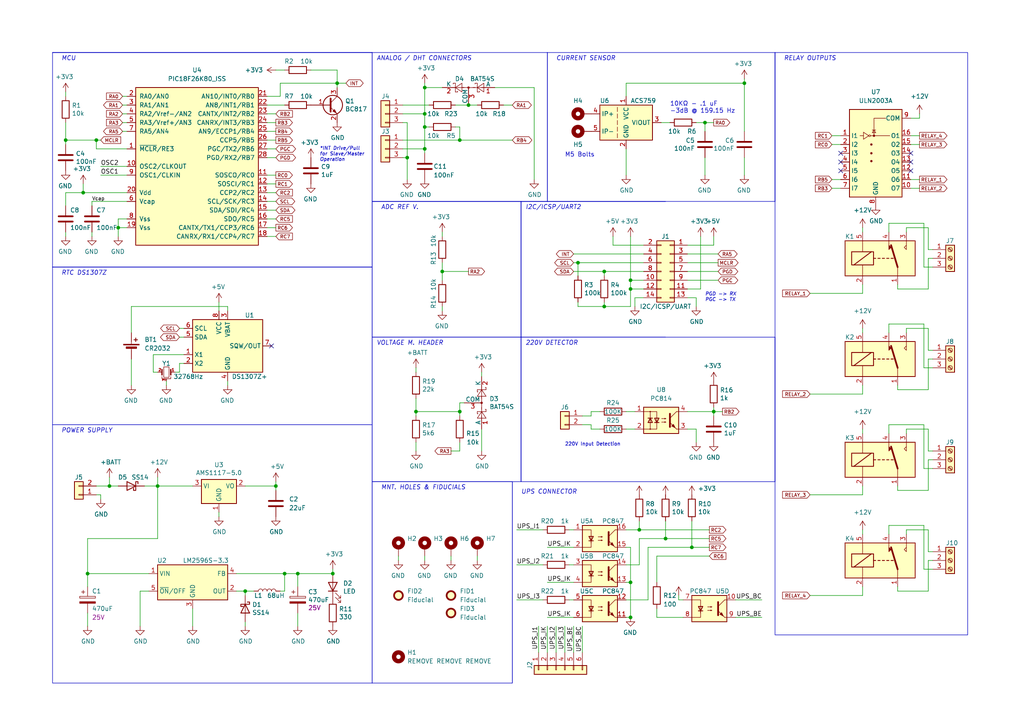
<source format=kicad_sch>
(kicad_sch (version 20230121) (generator eeschema)
  (paper "A4")
  (title_block (title "ESP-MAP ESP32 Control Module ETH/RS485") (date "2024-01-07") (rev "0.1") (comment 1 "https://github.com/enriquewph/esp-map/"))
  (junction (at 123.19 25.4))
  (junction (at 27.94 40.64))
  (junction (at 185.42 153.67))
  (junction (at 135.89 30.48))
  (junction (at 133.35 40.64))
  (junction (at 96.52 166.37))
  (junction (at 118.11 45.72))
  (junction (at 193.04 156.21))
  (junction (at 204.47 35.56))
  (junction (at 167.64 76.2))
  (junction (at 182.88 81.28))
  (junction (at 71.12 171.45))
  (junction (at 182.88 179.07))
  (junction (at 215.9 24.13))
  (junction (at 80.01 140.97))
  (junction (at 182.88 83.82))
  (junction (at 175.26 88.9))
  (junction (at 120.65 119.38))
  (junction (at 133.35 119.38))
  (junction (at 86.36 166.37))
  (junction (at 25.4 166.37))
  (junction (at 19.05 40.64))
  (junction (at 207.01 119.38))
  (junction (at 123.19 36.83))
  (junction (at 82.55 166.37))
  (junction (at 31.75 140.97))
  (junction (at 45.72 140.97))
  (junction (at 24.13 55.88))
  (junction (at 34.29 66.04))
  (junction (at 175.26 78.74))
  (junction (at 123.19 33.02))
  (junction (at 128.27 78.74))
  (junction (at 123.19 43.18))
  (junction (at 200.66 158.75))
  (junction (at 97.79 24.13))
  (junction (at 182.88 168.91))
  (no_connect (at 243.84 46.99))
  (no_connect (at 78.74 100.33))
  (no_connect (at 264.16 44.45))
  (no_connect (at 243.84 49.53))
  (no_connect (at 264.16 46.99))
  (no_connect (at 264.16 49.53))
  (no_connect (at 243.84 44.45))
  (wire (pts (xy 77.47 40.64) (xy 80.01 40.64)))
  (wire (pts (xy 34.29 63.5) (xy 34.29 66.04)))
  (wire (pts (xy 77.47 58.42) (xy 80.01 58.42)))
  (wire (pts (xy 116.84 43.18) (xy 123.19 43.18)))
  (wire (pts (xy 96.52 165.1) (xy 96.52 166.37)))
  (wire (pts (xy 262.89 95.25) (xy 269.24 95.25)))
  (wire (pts (xy 27.94 140.97) (xy 31.75 140.97)))
  (wire (pts (xy 262.89 66.04) (xy 262.89 67.31)))
  (wire (pts (xy 267.97 135.89) (xy 270.51 135.89)))
  (wire (pts (xy 40.64 181.61) (xy 40.64 171.45)))
  (wire (pts (xy 207.01 119.38) (xy 207.01 120.65)))
  (wire (pts (xy 52.07 97.79) (xy 53.34 97.79)))
  (wire (pts (xy 48.26 110.49) (xy 48.26 111.76)))
  (wire (pts (xy 71.12 140.97) (xy 80.01 140.97)))
  (wire (pts (xy 45.72 140.97) (xy 45.72 156.21)))
  (wire (pts (xy 154.94 52.07) (xy 154.94 25.4)))
  (wire (pts (xy 123.19 36.83) (xy 123.19 43.18)))
  (wire (pts (xy 34.29 66.04) (xy 36.83 66.04)))
  (wire (pts (xy 269.24 72.39) (xy 270.51 72.39)))
  (wire (pts (xy 77.47 30.48) (xy 82.55 30.48)))
  (wire (pts (xy 128.27 76.2) (xy 128.27 78.74)))
  (wire (pts (xy 267.97 123.19) (xy 267.97 135.89)))
  (wire (pts (xy 182.88 158.75) (xy 181.61 158.75)))
  (wire (pts (xy 35.56 35.56) (xy 36.83 35.56)))
  (wire (pts (xy 181.61 168.91) (xy 182.88 168.91)))
  (wire (pts (xy 193.04 156.21) (xy 205.74 156.21)))
  (wire (pts (xy 41.91 140.97) (xy 45.72 140.97)))
  (wire (pts (xy 166.37 76.2) (xy 167.64 76.2)))
  (wire (pts (xy 199.39 76.2) (xy 208.28 76.2)))
  (wire (pts (xy 181.61 24.13) (xy 215.9 24.13)))
  (polyline (pts (xy 224.79 58.42) (xy 158.75 58.42)))
  (wire (pts (xy 182.88 88.9) (xy 175.26 88.9)))
  (wire (pts (xy 177.8 68.58) (xy 177.8 71.12)))
  (wire (pts (xy 199.39 81.28) (xy 208.28 81.28)))
  (wire (pts (xy 182.88 179.07) (xy 182.88 168.91)))
  (wire (pts (xy 215.9 22.86) (xy 215.9 24.13)))
  (wire (pts (xy 139.7 107.95) (xy 139.7 109.22)))
  (wire (pts (xy 257.81 64.77) (xy 257.81 67.31)))
  (polyline (pts (xy 107.95 15.24) (xy 158.75 15.24)))
  (wire (pts (xy 163.83 189.23) (xy 163.83 181.61)))
  (wire (pts (xy 26.67 59.69) (xy 26.67 58.42)))
  (wire (pts (xy 123.19 33.02) (xy 123.19 36.83)))
  (wire (pts (xy 185.42 151.13) (xy 185.42 153.67)))
  (wire (pts (xy 139.7 124.46) (xy 139.7 130.81)))
  (wire (pts (xy 133.35 119.38) (xy 133.35 120.65)))
  (wire (pts (xy 115.57 161.29) (xy 115.57 162.56)))
  (wire (pts (xy 175.26 87.63) (xy 175.26 88.9)))
  (wire (pts (xy 250.19 125.73) (xy 250.19 124.46)))
  (wire (pts (xy 165.1 153.67) (xy 166.37 153.67)))
  (wire (pts (xy 132.08 30.48) (xy 135.89 30.48)))
  (wire (pts (xy 269.24 162.56) (xy 270.51 162.56)))
  (wire (pts (xy 269.24 104.14) (xy 270.51 104.14)))
  (wire (pts (xy 71.12 181.61) (xy 71.12 180.34)))
  (wire (pts (xy 196.85 173.99) (xy 198.12 173.99)))
  (wire (pts (xy 55.88 181.61) (xy 55.88 176.53)))
  (wire (pts (xy 215.9 24.13) (xy 215.9 38.1)))
  (wire (pts (xy 77.47 33.02) (xy 80.01 33.02)))
  (wire (pts (xy 25.4 156.21) (xy 25.4 166.37)))
  (wire (pts (xy 207.01 119.38) (xy 209.55 119.38)))
  (wire (pts (xy 262.89 95.25) (xy 262.89 96.52)))
  (wire (pts (xy 193.04 156.21) (xy 193.04 151.13)))
  (wire (pts (xy 26.67 67.31) (xy 26.67 68.58)))
  (wire (pts (xy 50.8 107.95) (xy 52.07 107.95)))
  (wire (pts (xy 260.35 171.45) (xy 260.35 170.18)))
  (wire (pts (xy 167.64 76.2) (xy 167.64 80.01)))
  (wire (pts (xy 77.47 35.56) (xy 80.01 35.56)))
  (wire (pts (xy 260.35 142.24) (xy 269.24 142.24)))
  (wire (pts (xy 134.62 116.84) (xy 133.35 116.84)))
  (wire (pts (xy 19.05 68.58) (xy 19.05 67.31)))
  (wire (pts (xy 27.94 143.51) (xy 29.21 143.51)))
  (wire (pts (xy 199.39 119.38) (xy 207.01 119.38)))
  (polyline (pts (xy 224.79 15.24) (xy 224.79 58.42)))
  (wire (pts (xy 241.3 54.61) (xy 243.84 54.61)))
  (wire (pts (xy 118.11 45.72) (xy 116.84 45.72)))
  (wire (pts (xy 184.15 86.36) (xy 184.15 88.9)))
  (wire (pts (xy 25.4 156.21) (xy 45.72 156.21)))
  (wire (pts (xy 35.56 30.48) (xy 36.83 30.48)))
  (wire (pts (xy 204.47 35.56) (xy 204.47 38.1)))
  (wire (pts (xy 234.95 143.51) (xy 250.19 143.51)))
  (wire (pts (xy 185.42 153.67) (xy 205.74 153.67)))
  (wire (pts (xy 266.7 34.29) (xy 264.16 34.29)))
  (wire (pts (xy 175.26 88.9) (xy 167.64 88.9)))
  (wire (pts (xy 185.42 153.67) (xy 181.61 153.67)))
  (wire (pts (xy 19.05 40.64) (xy 27.94 40.64)))
  (wire (pts (xy 177.8 71.12) (xy 186.69 71.12)))
  (polyline (pts (xy 15.24 77.47) (xy 15.24 15.24)))
  (wire (pts (xy 241.3 41.91) (xy 243.84 41.91)))
  (wire (pts (xy 262.89 124.46) (xy 269.24 124.46)))
  (wire (pts (xy 52.07 105.41) (xy 53.34 105.41)))
  (wire (pts (xy 19.05 41.91) (xy 19.05 40.64)))
  (wire (pts (xy 149.86 153.67) (xy 157.48 153.67)))
  (wire (pts (xy 97.79 25.4) (xy 97.79 24.13)))
  (wire (pts (xy 40.64 171.45) (xy 43.18 171.45)))
  (wire (pts (xy 262.89 66.04) (xy 269.24 66.04)))
  (wire (pts (xy 25.4 170.18) (xy 25.4 166.37)))
  (wire (pts (xy 181.61 124.46) (xy 184.15 124.46)))
  (wire (pts (xy 45.72 140.97) (xy 55.88 140.97)))
  (wire (pts (xy 123.19 161.29) (xy 123.19 162.56)))
  (wire (pts (xy 123.19 43.18) (xy 123.19 44.45)))
  (wire (pts (xy 63.5 149.86) (xy 63.5 148.59)))
  (wire (pts (xy 130.81 130.81) (xy 133.35 130.81)))
  (wire (pts (xy 203.2 83.82) (xy 199.39 83.82)))
  (wire (pts (xy 19.05 55.88) (xy 24.13 55.88)))
  (polyline (pts (xy 151.13 97.79) (xy 107.95 97.79)))
  (wire (pts (xy 118.11 35.56) (xy 118.11 45.72)))
  (wire (pts (xy 63.5 87.63) (xy 63.5 90.17)))
  (polyline (pts (xy 151.13 97.79) (xy 151.13 58.42)))
  (wire (pts (xy 250.19 140.97) (xy 250.19 143.51)))
  (wire (pts (xy 269.24 133.35) (xy 270.51 133.35)))
  (wire (pts (xy 181.61 163.83) (xy 185.42 163.83)))
  (wire (pts (xy 201.93 124.46) (xy 199.39 124.46)))
  (wire (pts (xy 257.81 123.19) (xy 257.81 125.73)))
  (wire (pts (xy 35.56 27.94) (xy 36.83 27.94)))
  (wire (pts (xy 27.94 40.64) (xy 27.94 43.18)))
  (wire (pts (xy 27.94 43.18) (xy 36.83 43.18)))
  (wire (pts (xy 171.45 124.46) (xy 173.99 124.46)))
  (polyline (pts (xy 107.95 97.79) (xy 107.95 58.42)))
  (wire (pts (xy 167.64 76.2) (xy 186.69 76.2)))
  (wire (pts (xy 269.24 101.6) (xy 269.24 95.25)))
  (wire (pts (xy 19.05 26.67) (xy 19.05 27.94)))
  (wire (pts (xy 31.75 140.97) (xy 34.29 140.97)))
  (wire (pts (xy 128.27 68.58) (xy 128.27 67.31)))
  (wire (pts (xy 267.97 64.77) (xy 257.81 64.77)))
  (wire (pts (xy 175.26 78.74) (xy 175.26 80.01)))
  (wire (pts (xy 250.19 96.52) (xy 250.19 95.25)))
  (wire (pts (xy 90.17 20.32) (xy 97.79 20.32)))
  (wire (pts (xy 123.19 36.83) (xy 124.46 36.83)))
  (wire (pts (xy 207.01 118.11) (xy 207.01 119.38)))
  (wire (pts (xy 207.01 68.58) (xy 207.01 71.12)))
  (wire (pts (xy 38.1 88.9) (xy 66.04 88.9)))
  (wire (pts (xy 182.88 81.28) (xy 182.88 83.82)))
  (wire (pts (xy 181.61 119.38) (xy 184.15 119.38)))
  (wire (pts (xy 260.35 142.24) (xy 260.35 140.97)))
  (wire (pts (xy 269.24 130.81) (xy 269.24 124.46)))
  (wire (pts (xy 38.1 104.14) (xy 38.1 111.76)))
  (wire (pts (xy 81.28 171.45) (xy 82.55 171.45)))
  (wire (pts (xy 182.88 168.91) (xy 182.88 158.75)))
  (wire (pts (xy 86.36 166.37) (xy 86.36 170.18)))
  (wire (pts (xy 185.42 163.83) (xy 185.42 156.21)))
  (wire (pts (xy 264.16 41.91) (xy 266.7 41.91)))
  (wire (pts (xy 24.13 53.34) (xy 24.13 55.88)))
  (wire (pts (xy 201.93 88.9) (xy 201.93 86.36)))
  (wire (pts (xy 267.97 123.19) (xy 257.81 123.19)))
  (wire (pts (xy 234.95 114.3) (xy 250.19 114.3)))
  (polyline (pts (xy 107.95 58.42) (xy 151.13 58.42)))
  (wire (pts (xy 81.28 24.13) (xy 97.79 24.13)))
  (wire (pts (xy 146.05 30.48) (xy 148.59 30.48)))
  (wire (pts (xy 190.5 161.29) (xy 205.74 161.29)))
  (wire (pts (xy 260.35 171.45) (xy 269.24 171.45)))
  (wire (pts (xy 186.69 86.36) (xy 184.15 86.36)))
  (wire (pts (xy 100.33 24.13) (xy 97.79 24.13)))
  (wire (pts (xy 82.55 166.37) (xy 82.55 171.45)))
  (wire (pts (xy 38.1 96.52) (xy 38.1 88.9)))
  (wire (pts (xy 26.67 58.42) (xy 36.83 58.42)))
  (wire (pts (xy 204.47 35.56) (xy 207.01 35.56)))
  (wire (pts (xy 241.3 39.37) (xy 243.84 39.37)))
  (wire (pts (xy 264.16 54.61) (xy 266.7 54.61)))
  (wire (pts (xy 68.58 171.45) (xy 71.12 171.45)))
  (wire (pts (xy 200.66 158.75) (xy 205.74 158.75)))
  (wire (pts (xy 29.21 50.8) (xy 36.83 50.8)))
  (wire (pts (xy 19.05 59.69) (xy 19.05 55.88)))
  (wire (pts (xy 118.11 45.72) (xy 118.11 52.07)))
  (wire (pts (xy 128.27 88.9) (xy 128.27 90.17)))
  (wire (pts (xy 204.47 50.8) (xy 204.47 45.72)))
  (wire (pts (xy 168.91 123.19) (xy 171.45 123.19)))
  (wire (pts (xy 73.66 171.45) (xy 71.12 171.45)))
  (wire (pts (xy 25.4 166.37) (xy 43.18 166.37)))
  (wire (pts (xy 27.94 40.64) (xy 29.21 40.64)))
  (wire (pts (xy 77.47 45.72) (xy 80.01 45.72)))
  (wire (pts (xy 44.45 102.87) (xy 44.45 107.95)))
  (wire (pts (xy 181.61 173.99) (xy 187.96 173.99)))
  (wire (pts (xy 264.16 39.37) (xy 266.7 39.37)))
  (wire (pts (xy 182.88 83.82) (xy 182.88 88.9)))
  (wire (pts (xy 171.45 123.19) (xy 171.45 124.46)))
  (wire (pts (xy 250.19 154.94) (xy 250.19 153.67)))
  (wire (pts (xy 234.95 85.09) (xy 250.19 85.09)))
  (wire (pts (xy 190.5 168.91) (xy 190.5 161.29)))
  (wire (pts (xy 80.01 20.32) (xy 82.55 20.32)))
  (wire (pts (xy 266.7 33.02) (xy 266.7 34.29)))
  (wire (pts (xy 250.19 170.18) (xy 250.19 172.72)))
  (wire (pts (xy 80.01 140.97) (xy 80.01 142.24)))
  (polyline (pts (xy 107.95 15.24) (xy 15.24 15.24)))
  (wire (pts (xy 171.45 120.65) (xy 171.45 119.38)))
  (wire (pts (xy 149.86 163.83) (xy 157.48 163.83)))
  (wire (pts (xy 187.96 173.99) (xy 187.96 158.75)))
  (wire (pts (xy 269.24 72.39) (xy 269.24 66.04)))
  (wire (pts (xy 250.19 67.31) (xy 250.19 66.04)))
  (wire (pts (xy 168.91 120.65) (xy 171.45 120.65)))
  (wire (pts (xy 191.77 35.56) (xy 194.31 35.56)))
  (wire (pts (xy 181.61 50.8) (xy 181.61 43.18)))
  (polyline (pts (xy 158.75 58.42) (xy 107.95 58.42)))
  (wire (pts (xy 130.81 161.29) (xy 130.81 162.56)))
  (wire (pts (xy 167.64 87.63) (xy 167.64 88.9)))
  (wire (pts (xy 158.75 158.75) (xy 166.37 158.75)))
  (wire (pts (xy 168.91 189.23) (xy 168.91 181.61)))
  (wire (pts (xy 44.45 107.95) (xy 45.72 107.95)))
  (wire (pts (xy 133.35 130.81) (xy 133.35 128.27)))
  (wire (pts (xy 201.93 86.36) (xy 199.39 86.36)))
  (polyline (pts (xy 151.13 58.42) (xy 151.13 97.79)))
  (wire (pts (xy 267.97 165.1) (xy 270.51 165.1)))
  (wire (pts (xy 181.61 179.07) (xy 182.88 179.07)))
  (wire (pts (xy 19.05 35.56) (xy 19.05 40.64)))
  (wire (pts (xy 29.21 48.26) (xy 36.83 48.26)))
  (polyline (pts (xy 151.13 97.79) (xy 193.04 97.79)))
  (wire (pts (xy 234.95 172.72) (xy 250.19 172.72)))
  (wire (pts (xy 97.79 20.32) (xy 97.79 24.13)))
  (polyline (pts (xy 15.24 15.24) (xy 107.95 15.24)))
  (wire (pts (xy 269.24 171.45) (xy 269.24 162.56)))
  (wire (pts (xy 154.94 25.4) (xy 143.51 25.4)))
  (wire (pts (xy 31.75 138.43) (xy 31.75 140.97)))
  (polyline (pts (xy 107.95 15.24) (xy 107.95 77.47)))
  (wire (pts (xy 149.86 173.99) (xy 157.48 173.99)))
  (wire (pts (xy 199.39 78.74) (xy 208.28 78.74)))
  (wire (pts (xy 260.35 113.03) (xy 260.35 111.76)))
  (wire (pts (xy 166.37 78.74) (xy 175.26 78.74)))
  (wire (pts (xy 182.88 68.58) (xy 182.88 81.28)))
  (wire (pts (xy 166.37 73.66) (xy 186.69 73.66)))
  (wire (pts (xy 269.24 101.6) (xy 270.51 101.6)))
  (wire (pts (xy 262.89 124.46) (xy 262.89 125.73)))
  (wire (pts (xy 77.47 55.88) (xy 80.01 55.88)))
  (wire (pts (xy 269.24 83.82) (xy 269.24 74.93)))
  (wire (pts (xy 116.84 35.56) (xy 118.11 35.56)))
  (wire (pts (xy 165.1 173.99) (xy 166.37 173.99)))
  (wire (pts (xy 260.35 83.82) (xy 260.35 82.55)))
  (wire (pts (xy 220.98 173.99) (xy 213.36 173.99)))
  (wire (pts (xy 120.65 119.38) (xy 120.65 120.65)))
  (wire (pts (xy 267.97 77.47) (xy 270.51 77.47)))
  (wire (pts (xy 120.65 128.27) (xy 120.65 130.81)))
  (wire (pts (xy 269.24 160.02) (xy 269.24 153.67)))
  (wire (pts (xy 24.13 55.88) (xy 36.83 55.88)))
  (wire (pts (xy 52.07 95.25) (xy 53.34 95.25)))
  (polyline (pts (xy 107.95 15.24) (xy 107.95 58.42)))
  (wire (pts (xy 182.88 81.28) (xy 186.69 81.28)))
  (wire (pts (xy 86.36 166.37) (xy 96.52 166.37)))
  (wire (pts (xy 267.97 152.4) (xy 267.97 165.1)))
  (wire (pts (xy 120.65 106.68) (xy 120.65 107.95)))
  (wire (pts (xy 132.08 36.83) (xy 133.35 36.83)))
  (wire (pts (xy 201.93 35.56) (xy 204.47 35.56)))
  (wire (pts (xy 267.97 93.98) (xy 267.97 106.68)))
  (polyline (pts (xy 158.75 15.24) (xy 224.79 15.24)))
  (wire (pts (xy 53.34 102.87) (xy 44.45 102.87)))
  (wire (pts (xy 203.2 68.58) (xy 203.2 83.82)))
  (wire (pts (xy 35.56 38.1) (xy 36.83 38.1)))
  (wire (pts (xy 77.47 63.5) (xy 80.01 63.5)))
  (wire (pts (xy 120.65 119.38) (xy 133.35 119.38)))
  (wire (pts (xy 257.81 152.4) (xy 257.81 154.94)))
  (wire (pts (xy 133.35 36.83) (xy 133.35 40.64)))
  (wire (pts (xy 123.19 25.4) (xy 128.27 25.4)))
  (wire (pts (xy 161.29 189.23) (xy 161.29 181.61)))
  (wire (pts (xy 250.19 111.76) (xy 250.19 114.3)))
  (wire (pts (xy 165.1 163.83) (xy 166.37 163.83)))
  (wire (pts (xy 77.47 38.1) (xy 80.01 38.1)))
  (wire (pts (xy 175.26 78.74) (xy 186.69 78.74)))
  (wire (pts (xy 190.5 179.07) (xy 198.12 179.07)))
  (wire (pts (xy 264.16 52.07) (xy 266.7 52.07)))
  (wire (pts (xy 120.65 115.57) (xy 120.65 119.38)))
  (wire (pts (xy 269.24 113.03) (xy 269.24 104.14)))
  (wire (pts (xy 116.84 40.64) (xy 133.35 40.64)))
  (wire (pts (xy 133.35 116.84) (xy 133.35 119.38)))
  (polyline (pts (xy 107.95 77.47) (xy 15.24 77.47)))
  (wire (pts (xy 267.97 64.77) (xy 267.97 77.47)))
  (wire (pts (xy 68.58 166.37) (xy 82.55 166.37)))
  (wire (pts (xy 158.75 189.23) (xy 158.75 181.61)))
  (polyline (pts (xy 158.75 15.24) (xy 158.75 58.42)))
  (wire (pts (xy 77.47 68.58) (xy 80.01 68.58)))
  (wire (pts (xy 171.45 119.38) (xy 173.99 119.38)))
  (wire (pts (xy 36.83 63.5) (xy 34.29 63.5)))
  (wire (pts (xy 77.47 50.8) (xy 80.01 50.8)))
  (wire (pts (xy 128.27 78.74) (xy 128.27 81.28)))
  (wire (pts (xy 260.35 113.03) (xy 269.24 113.03)))
  (wire (pts (xy 262.89 153.67) (xy 262.89 154.94)))
  (wire (pts (xy 80.01 139.7) (xy 80.01 140.97)))
  (wire (pts (xy 135.89 30.48) (xy 138.43 30.48)))
  (polyline (pts (xy 158.75 15.24) (xy 158.75 58.42)))
  (wire (pts (xy 215.9 50.8) (xy 215.9 45.72)))
  (wire (pts (xy 262.89 153.67) (xy 269.24 153.67)))
  (wire (pts (xy 220.98 179.07) (xy 213.36 179.07)))
  (wire (pts (xy 166.37 189.23) (xy 166.37 181.61)))
  (wire (pts (xy 45.72 138.43) (xy 45.72 140.97)))
  (wire (pts (xy 196.85 172.72) (xy 196.85 173.99)))
  (wire (pts (xy 77.47 43.18) (xy 80.01 43.18)))
  (wire (pts (xy 77.47 53.34) (xy 80.01 53.34)))
  (wire (pts (xy 269.24 74.93) (xy 270.51 74.93)))
  (wire (pts (xy 52.07 107.95) (xy 52.07 105.41)))
  (wire (pts (xy 81.28 27.94) (xy 77.47 27.94)))
  (wire (pts (xy 207.01 71.12) (xy 199.39 71.12)))
  (wire (pts (xy 181.61 27.94) (xy 181.61 24.13)))
  (wire (pts (xy 260.35 83.82) (xy 269.24 83.82)))
  (wire (pts (xy 77.47 60.96) (xy 80.01 60.96)))
  (wire (pts (xy 269.24 130.81) (xy 270.51 130.81)))
  (wire (pts (xy 116.84 30.48) (xy 124.46 30.48)))
  (wire (pts (xy 241.3 52.07) (xy 243.84 52.07)))
  (wire (pts (xy 66.04 110.49) (xy 66.04 111.76)))
  (wire (pts (xy 71.12 172.72) (xy 71.12 171.45)))
  (wire (pts (xy 82.55 166.37) (xy 86.36 166.37)))
  (wire (pts (xy 187.96 158.75) (xy 200.66 158.75)))
  (wire (pts (xy 66.04 88.9) (xy 66.04 90.17)))
  (wire (pts (xy 158.75 168.91) (xy 166.37 168.91)))
  (wire (pts (xy 35.56 33.02) (xy 36.83 33.02)))
  (wire (pts (xy 257.81 93.98) (xy 257.81 96.52)))
  (wire (pts (xy 156.21 189.23) (xy 156.21 181.61)))
  (wire (pts (xy 269.24 160.02) (xy 270.51 160.02)))
  (wire (pts (xy 267.97 152.4) (xy 257.81 152.4)))
  (wire (pts (xy 123.19 24.13) (xy 123.19 25.4)))
  (wire (pts (xy 29.21 143.51) (xy 29.21 144.78)))
  (wire (pts (xy 182.88 83.82) (xy 186.69 83.82)))
  (polyline (pts (xy 193.04 58.42) (xy 151.13 58.42)))
  (wire (pts (xy 128.27 78.74) (xy 135.89 78.74)))
  (wire (pts (xy 267.97 106.68) (xy 270.51 106.68)))
  (wire (pts (xy 25.4 181.61) (xy 25.4 177.8)))
  (wire (pts (xy 81.28 24.13) (xy 81.28 27.94)))
  (wire (pts (xy 267.97 93.98) (xy 257.81 93.98)))
  (wire (pts (xy 185.42 156.21) (xy 193.04 156.21)))
  (wire (pts (xy 133.35 40.64) (xy 148.59 40.64)))
  (wire (pts (xy 158.75 179.07) (xy 166.37 179.07)))
  (wire (pts (xy 250.19 82.55) (xy 250.19 85.09)))
  (wire (pts (xy 138.43 161.29) (xy 138.43 162.56)))
  (wire (pts (xy 116.84 33.02) (xy 123.19 33.02)))
  (wire (pts (xy 269.24 142.24) (xy 269.24 133.35)))
  (wire (pts (xy 77.47 66.04) (xy 80.01 66.04)))
  (wire (pts (xy 123.19 25.4) (xy 123.19 33.02)))
  (wire (pts (xy 190.5 176.53) (xy 190.5 179.07)))
  (wire (pts (xy 200.66 158.75) (xy 200.66 151.13)))
  (wire (pts (xy 201.93 128.27) (xy 201.93 124.46)))
  (wire (pts (xy 34.29 68.58) (xy 34.29 66.04)))
  (wire (pts (xy 86.36 181.61) (xy 86.36 177.8)))
  (wire (pts (xy 199.39 73.66) (xy 208.28 73.66)))
  (rectangle (start 148.59 139.7) (end 148.59 198.12))
  (rectangle (start 15.24 123.19) (end 107.95 198.12))
  (rectangle (start 224.79 15.24) (end 280.67 184.15))
  (rectangle (start 107.95 97.79) (end 151.13 139.7))
  (rectangle (start 15.24 77.47) (end 107.95 123.19))
  (rectangle (start 107.95 139.7) (end 148.59 198.12))
  (rectangle (start 151.13 97.79) (end 224.79 139.7))
  (text "I2C/ICSP/UART2" (at 152.4 60.96 0) (effects (font (size 1.27 1.27) italic) (justify left bottom)))
  (text "VOLTAGE M. HEADER\n" (at 109.22 100.33 0) (effects (font (size 1.27 1.27) italic) (justify left bottom)))
  (text "UPS CONNECTOR\n" (at 151.13 143.51 0) (effects (font (size 1.27 1.27) italic) (justify left bottom)))
  (text "ANALOG / DHT CONNECTORS" (at 109.22 17.78 0) (effects (font (size 1.27 1.27) italic) (justify left bottom)))
  (text "220V DETECTOR\n" (at 152.4 100.33 0) (effects (font (size 1.27 1.27) italic) (justify left bottom)))
  (text "CURRENT SENSOR" (at 161.29 17.78 0) (effects (font (size 1.27 1.27) italic) (justify left bottom)))
  (text "PGD -> RX\nPGC -> TX" (at 204.47 87.63 0) (effects (font (size 1 1) italic) (justify left bottom)))
  (text "10KΩ - .1 uF\n-3dB @ 159.15 Hz" (at 194.31 33.02 0) (effects (font (size 1.27 1.27)) (justify left bottom)))
  (text "MNT. HOLES & FIDUCIALS" (at 110.49 142.24 0) (effects (font (size 1.27 1.27) italic) (justify left bottom)))
  (text "RTC DS1307Z\n" (at 17.78 80.01 0) (effects (font (size 1.27 1.27) italic) (justify left bottom)))
  (text "POWER SUPPLY" (at 17.78 125.73 0) (effects (font (size 1.27 1.27) italic) (justify left bottom)))
  (text "M5 Bolts" (at 163.83 45.72 0) (effects (font (size 1.27 1.27)) (justify left bottom)))
  (text "RELAY OUTPUTS" (at 227.33 17.78 0) (effects (font (size 1.27 1.27) italic) (justify left bottom)))
  (text "ADC REF V." (at 110.49 60.96 0) (effects (font (size 1.27 1.27) italic) (justify left bottom)))
  (text "*INT Drive/Pull\nfor Slave/Master\nOperation" (at 92.71 46.99 0) (effects (font (size 1 1) italic) (justify left bottom)))
  (text "220V Input Detection" (at 163.83 129.54 0) (effects (font (size 1 1)) (justify left bottom)))
  (text "MCU" (at 17.78 17.78 0) (effects (font (size 1.27 1.27) italic) (justify left bottom)))
  (label "UPS_I3" (at 149.86 173.99 0))
  (label "UPS_IK" (at 158.75 168.91 0))
  (label "UPS_I1" (at 149.86 153.67 0))
  (label "UPS_IK" (at 158.75 158.75 0))
  (label "UPS_BE" (at 220.98 179.07 180))
  (label "UPS_I3" (at 163.83 181.61 270))
  (label "UPS_I2" (at 161.29 181.61 270))
  (label "UPS_BE" (at 166.37 181.61 270))
  (label "UPS_I2" (at 149.86 163.83 0))
  (label "UPS_BC" (at 168.91 181.61 270))
  (label "UPS_I1" (at 156.21 181.61 270))
  (label "Vcap" (at 26.67 58.42 0) (effects (font (size 1 1))))
  (label "UPS_IK" (at 158.75 181.61 270))
  (label "UPS_IK" (at 158.75 179.07 0))
  (label "OSC1" (at 29.21 50.8 0))
  (label "UPS_BC" (at 220.98 173.99 180))
  (label "OSC2" (at 29.21 48.26 0))
  (global_label "MCLR" (shape input) (at 29.21 40.64 0) (effects (font (size 0.9906 0.9906))) (property "Intersheetrefs" "${INTERSHEET_REFS}" (effects hide)))
  (global_label "RELAY_4" (shape output) (at 266.7 39.37 0) (effects (font (size 0.9906 0.9906))) (property "Intersheetrefs" "${INTERSHEET_REFS}" (effects hide)))
  (global_label "RA5" (shape bidirectional) (at 35.56 38.1 180) (effects (font (size 0.9906 0.9906))) (property "Intersheetrefs" "${INTERSHEET_REFS}" (effects hide)))
  (global_label "RA3" (shape output) (at 130.81 130.81 180) (effects (font (size 0.9906 0.9906))) (property "Intersheetrefs" "${INTERSHEET_REFS}" (effects hide)))
  (global_label "RB4" (shape output) (at 80.01 38.1 0) (effects (font (size 0.9906 0.9906))) (property "Intersheetrefs" "${INTERSHEET_REFS}" (effects hide)))
  (global_label "RC7" (shape input) (at 80.01 68.58 0) (effects (font (size 0.9906 0.9906))) (property "Intersheetrefs" "${INTERSHEET_REFS}" (effects hide)))
  (global_label "RELAY_1" (shape input) (at 234.95 85.09 180) (effects (font (size 0.9906 0.9906))) (property "Intersheetrefs" "${INTERSHEET_REFS}" (effects hide)))
  (global_label "SCL" (shape bidirectional) (at 52.07 95.25 180) (effects (font (size 0.9906 0.9906))) (property "Intersheetrefs" "${INTERSHEET_REFS}" (effects hide)))
  (global_label "RELAY_2" (shape output) (at 266.7 54.61 0) (effects (font (size 0.9906 0.9906))) (property "Intersheetrefs" "${INTERSHEET_REFS}" (effects hide)))
  (global_label "RC1" (shape output) (at 80.01 53.34 0) (effects (font (size 0.9906 0.9906))) (property "Intersheetrefs" "${INTERSHEET_REFS}" (effects hide)))
  (global_label "RA0" (shape input) (at 35.56 27.94 180) (effects (font (size 0.9906 0.9906))) (property "Intersheetrefs" "${INTERSHEET_REFS}" (effects hide)))
  (global_label "SDA" (shape bidirectional) (at 166.37 78.74 180) (effects (font (size 0.9906 0.9906))) (property "Intersheetrefs" "${INTERSHEET_REFS}" (effects hide)))
  (global_label "RA2" (shape input) (at 35.56 33.02 180) (effects (font (size 0.9906 0.9906))) (property "Intersheetrefs" "${INTERSHEET_REFS}" (effects hide)))
  (global_label "RA3" (shape input) (at 35.56 35.56 180) (effects (font (size 0.9906 0.9906))) (property "Intersheetrefs" "${INTERSHEET_REFS}" (effects hide)))
  (global_label "SCL" (shape bidirectional) (at 80.01 58.42 0) (effects (font (size 0.9906 0.9906))) (property "Intersheetrefs" "${INTERSHEET_REFS}" (effects hide)))
  (global_label "RB5" (shape input) (at 241.3 52.07 180) (effects (font (size 0.9906 0.9906))) (property "Intersheetrefs" "${INTERSHEET_REFS}" (effects hide)))
  (global_label "RC6" (shape input) (at 205.74 161.29 0) (effects (font (size 0.9906 0.9906))) (property "Intersheetrefs" "${INTERSHEET_REFS}" (effects hide)))
  (global_label "RB2" (shape output) (at 209.55 119.38 0) (effects (font (size 0.9906 0.9906))) (property "Intersheetrefs" "${INTERSHEET_REFS}" (effects hide)))
  (global_label "RB2" (shape input) (at 80.01 33.02 0) (effects (font (size 0.9906 0.9906))) (property "Intersheetrefs" "${INTERSHEET_REFS}" (effects hide)))
  (global_label "RC0" (shape output) (at 80.01 50.8 0) (effects (font (size 0.9906 0.9906))) (property "Intersheetrefs" "${INTERSHEET_REFS}" (effects hide)))
  (global_label "SCL" (shape bidirectional) (at 166.37 76.2 180) (effects (font (size 0.9906 0.9906))) (property "Intersheetrefs" "${INTERSHEET_REFS}" (effects hide)))
  (global_label "PGD" (shape bidirectional) (at 208.28 78.74 0) (effects (font (size 0.9906 0.9906))) (property "Intersheetrefs" "${INTERSHEET_REFS}" (effects hide)))
  (global_label "RA5" (shape bidirectional) (at 208.28 73.66 0) (effects (font (size 0.9906 0.9906))) (property "Intersheetrefs" "${INTERSHEET_REFS}" (effects hide)))
  (global_label "RC2" (shape output) (at 205.74 153.67 0) (effects (font (size 0.9906 0.9906))) (property "Intersheetrefs" "${INTERSHEET_REFS}" (effects hide)))
  (global_label "RELAY_4" (shape input) (at 234.95 172.72 180) (effects (font (size 0.9906 0.9906))) (property "Intersheetrefs" "${INTERSHEET_REFS}" (effects hide)))
  (global_label "RA1" (shape bidirectional) (at 35.56 30.48 180) (effects (font (size 0.9906 0.9906))) (property "Intersheetrefs" "${INTERSHEET_REFS}" (effects hide)))
  (global_label "RB3" (shape output) (at 80.01 35.56 0) (effects (font (size 0.9906 0.9906))) (property "Intersheetrefs" "${INTERSHEET_REFS}" (effects hide)))
  (global_label "INT" (shape bidirectional) (at 166.37 73.66 180) (effects (font (size 0.9906 0.9906))) (property "Intersheetrefs" "${INTERSHEET_REFS}" (effects hide)))
  (global_label "RC0" (shape input) (at 241.3 41.91 180) (effects (font (size 0.9906 0.9906))) (property "Intersheetrefs" "${INTERSHEET_REFS}" (effects hide)))
  (global_label "RELAY_3" (shape input) (at 234.95 143.51 180) (effects (font (size 0.9906 0.9906))) (property "Intersheetrefs" "${INTERSHEET_REFS}" (effects hide)))
  (global_label "RC1" (shape input) (at 241.3 39.37 180) (effects (font (size 0.9906 0.9906))) (property "Intersheetrefs" "${INTERSHEET_REFS}" (effects hide)))
  (global_label "RB5" (shape output) (at 80.01 40.64 0) (effects (font (size 0.9906 0.9906))) (property "Intersheetrefs" "${INTERSHEET_REFS}" (effects hide)))
  (global_label "PGC" (shape bidirectional) (at 80.01 43.18 0) (effects (font (size 0.9906 0.9906))) (property "Intersheetrefs" "${INTERSHEET_REFS}" (effects hide)))
  (global_label "RC2" (shape input) (at 80.01 55.88 0) (effects (font (size 0.9906 0.9906))) (property "Intersheetrefs" "${INTERSHEET_REFS}" (effects hide)))
  (global_label "RELAY_3" (shape output) (at 266.7 41.91 0) (effects (font (size 0.9906 0.9906))) (property "Intersheetrefs" "${INTERSHEET_REFS}" (effects hide)))
  (global_label "INT" (shape bidirectional) (at 100.33 24.13 0) (effects (font (size 0.9906 0.9906))) (property "Intersheetrefs" "${INTERSHEET_REFS}" (effects hide)))
  (global_label "SDA" (shape bidirectional) (at 80.01 60.96 0) (effects (font (size 0.9906 0.9906))) (property "Intersheetrefs" "${INTERSHEET_REFS}" (effects hide)))
  (global_label "MCLR" (shape output) (at 208.28 76.2 0) (effects (font (size 0.9906 0.9906))) (property "Intersheetrefs" "${INTERSHEET_REFS}" (effects hide)))
  (global_label "RC6" (shape output) (at 80.01 66.04 0) (effects (font (size 0.9906 0.9906))) (property "Intersheetrefs" "${INTERSHEET_REFS}" (effects hide)))
  (global_label "RC7" (shape output) (at 205.74 158.75 0) (effects (font (size 0.9906 0.9906))) (property "Intersheetrefs" "${INTERSHEET_REFS}" (effects hide)))
  (global_label "RC5" (shape output) (at 205.74 156.21 0) (effects (font (size 0.9906 0.9906))) (property "Intersheetrefs" "${INTERSHEET_REFS}" (effects hide)))
  (global_label "RA1" (shape bidirectional) (at 148.59 30.48 0) (effects (font (size 0.9906 0.9906))) (property "Intersheetrefs" "${INTERSHEET_REFS}" (effects hide)))
  (global_label "SDA" (shape bidirectional) (at 52.07 97.79 180) (effects (font (size 0.9906 0.9906))) (property "Intersheetrefs" "${INTERSHEET_REFS}" (effects hide)))
  (global_label "RELAY_2" (shape input) (at 234.95 114.3 180) (effects (font (size 0.9906 0.9906))) (property "Intersheetrefs" "${INTERSHEET_REFS}" (effects hide)))
  (global_label "PGD" (shape bidirectional) (at 80.01 45.72 0) (effects (font (size 0.9906 0.9906))) (property "Intersheetrefs" "${INTERSHEET_REFS}" (effects hide)))
  (global_label "PGC" (shape bidirectional) (at 208.28 81.28 0) (effects (font (size 0.9906 0.9906))) (property "Intersheetrefs" "${INTERSHEET_REFS}" (effects hide)))
  (global_label "RB4" (shape bidirectional) (at 148.59 40.64 0) (effects (font (size 0.9906 0.9906))) (property "Intersheetrefs" "${INTERSHEET_REFS}" (effects hide)))
  (global_label "RB3" (shape input) (at 241.3 54.61 180) (effects (font (size 0.9906 0.9906))) (property "Intersheetrefs" "${INTERSHEET_REFS}" (effects hide)))
  (global_label "RA2" (shape output) (at 135.89 78.74 0) (effects (font (size 0.9906 0.9906))) (property "Intersheetrefs" "${INTERSHEET_REFS}" (effects hide)))
  (global_label "RC5" (shape input) (at 80.01 63.5 0) (effects (font (size 0.9906 0.9906))) (property "Intersheetrefs" "${INTERSHEET_REFS}" (effects hide)))
  (global_label "RA0" (shape output) (at 207.01 35.56 0) (effects (font (size 0.9906 0.9906))) (property "Intersheetrefs" "${INTERSHEET_REFS}" (effects hide)))
  (global_label "RELAY_1" (shape output) (at 266.7 52.07 0) (effects (font (size 0.9906 0.9906))) (property "Intersheetrefs" "${INTERSHEET_REFS}" (effects hide)))
  (symbol (lib_id "power:GND") (at 120.65 130.81 0) (unit 1)
    (property "Reference" "#PWR035" (effects hide))
    (property "Value" "GND" (at 120.777 135.2042 0))
  )
  (symbol (lib_id "Connector_Generic:Conn_01x03") (at 111.76 43.18 0) (mirror y) (unit 1)
    (property "Reference" "J3" (at 113.03 38.1 0) (effects (justify left)))
    (property "Value" "Conn_01x03" (effects hide))
    (property "Footprint" "Connector_Molex:Molex_KK-254_AE-6410-03A_1x03_P2.54mm_Vertical" (effects hide))
    (property "manf#" "LHA-03-TS" (effects hide))
  )
  (symbol (lib_id "Device:LED") (at 96.52 170.18 90) (unit 1)
    (property "Reference" "D2" (at 99.5172 169.1894 90) (effects (justify right)))
    (property "Value" "LED" (at 99.5172 171.5008 90) (effects (justify right)))
    (property "Footprint" "LED_SMD:LED_1206_3216Metric" (effects hide))
    (property "Datasheet" "https://media.digikey.com/pdf/Data%20Sheets/Stanley%20Electric%20PDFs/1101W_Series.pdf" (effects hide))
    (property "manf#" "BR1101W-TR" (effects hide))
  )
  (symbol (lib_id "Mechanical:MountingHole_Pad") (at 130.81 158.75 0) (unit 1)
    (property "Reference" "H6" (at 133.35 156.21 0) (effects (justify left)))
    (property "Value" "MountingHole_Pad" (effects hide))
    (property "Footprint" "MountingHole:MountingHole_3.5mm_Pad" (effects hide))
  )
  (symbol (lib_id "power:+12V") (at 250.19 95.25 0) (unit 1)
    (property "Reference" "#PWR065" (effects hide))
    (property "Value" "+12V" (at 250.19 90.17 0))
  )
  (symbol (lib_id "power:GND") (at 201.93 128.27 0) (mirror y) (unit 1)
    (property "Reference" "#PWR056" (effects hide))
    (property "Value" "GND" (at 201.803 132.6642 0))
  )
  (symbol (lib_id "Mechanical:Fiducial") (at 115.57 172.72 0) (unit 1)
    (property "Reference" "FID2" (at 118.11 171.45 0) (effects (justify left)))
    (property "Value" "Fiducial" (at 118.11 173.99 0) (effects (justify left)))
    (property "Footprint" "Fiducial:Fiducial_0.5mm_Mask1mm" (effects hide))
  )
  (symbol (lib_id "Connector_Generic:Conn_02x07_Odd_Even") (at 194.31 78.74 0) (mirror y) (unit 1)
    (property "Reference" "J1" (at 193.04 68.58 0))
    (property "Value" "I2C/ICSP/UART" (at 193.04 88.9 0))
    (property "Footprint" "esp-map-footprints:PinHeader_2x07_P2.54mm_Vertical_19mmh" (effects hide))
  )
  (symbol (lib_id "Diode:BAT54S") (at 139.7 116.84 270) (mirror x) (unit 1)
    (property "Reference" "D3" (at 141.9352 115.6716 90) (effects (justify left)))
    (property "Value" "BAT54S" (at 141.9352 117.983 90) (effects (justify left)))
    (property "Footprint" "Package_TO_SOT_SMD:SOT-23" (effects hide))
    (property "Datasheet" "https://www.diodes.com/assets/Datasheets/ds11005.pdf" (effects hide))
    (property "manf#" "BAT54S,215" (effects hide))
  )
  (symbol (lib_id "power:GND") (at 34.29 68.58 0) (mirror y) (unit 1)
    (property "Reference" "#PWR010" (effects hide))
    (property "Value" "GND" (at 34.163 72.9742 0))
  )
  (symbol (lib_id "power:+3V3") (at 96.52 165.1 0) (unit 1)
    (property "Reference" "#PWR027" (effects hide))
    (property "Value" "+3V3" (at 96.901 160.7058 0))
  )
  (symbol (lib_id "power:GND") (at 80.01 149.86 0) (unit 1)
    (property "Reference" "#PWR021" (effects hide))
    (property "Value" "GND" (at 80.137 154.2542 0))
  )
  (symbol (lib_id "Regulator_Switching:LM2596S-3.3") (at 55.88 168.91 0) (unit 1)
    (property "Reference" "U2" (at 46.99 162.56 0))
    (property "Value" "LM2596S-3.3" (at 59.69 162.56 0))
    (property "Footprint" "esp-map-footprints:TO-263-5_TabPin3" (effects hide))
    (property "Datasheet" "https://www.ti.com/general/docs/suppproductinfo.tsp?distId=10&gotoUrl=http%3A%2F%2Fwww.ti.com%2Flit%2Fgpn%2Flm2596" (effects hide))
    (property "manf#" "LM2596SX-3.3/NOPB" (effects hide))
  )
  (symbol (lib_id "Connector:Screw_Terminal_01x03") (at 275.59 133.35 0) (unit 1)
    (property "Reference" "J9" (at 274.32 128.27 0) (effects (justify left)))
    (property "Value" "Screw_Terminal_01x03" (effects hide))
    (property "Footprint" "esp-map-footprints:TerminalBlock-Bornier-3_P5.08mm" (effects hide))
    (property "manf#" "796636-3" (effects hide))
  )
  (symbol (lib_id "Isolator:PC847") (at 173.99 166.37 0) (unit 2)
    (property "Reference" "U5" (at 170.18 161.29 0))
    (property "Value" "PC847" (at 177.8 161.29 0))
    (property "Footprint" "Package_DIP:SMDIP-16_W9.53mm" (effects hide))
    (property "Datasheet" "https://www.farnell.com/datasheets/73758.pdf" (effects hide))
  )
  (symbol (lib_id "power:+5V") (at 177.8 68.58 0) (unit 1)
    (property "Reference" "#PWR046" (effects hide))
    (property "Value" "+5V" (at 177.579 64.1551 0))
  )
  (symbol (lib_id "Mechanical:MountingHole_Pad") (at 115.57 158.75 0) (unit 1)
    (property "Reference" "H2" (at 118.11 156.21 0) (effects (justify left)))
    (property "Value" "MountingHole_Pad" (effects hide))
    (property "Footprint" "MountingHole:MountingHole_3.5mm_Pad" (effects hide))
  )
  (symbol (lib_id "Isolator:PC847") (at 205.74 176.53 0) (unit 4)
    (property "Reference" "U5" (at 209.55 171.45 0))
    (property "Value" "PC847" (at 203.2 171.45 0))
    (property "Footprint" "Package_DIP:SMDIP-16_W9.53mm" (effects hide))
    (property "Datasheet" "https://www.farnell.com/datasheets/73758.pdf" (effects hide))
  )
  (symbol (lib_id "Device:R") (at 175.26 83.82 0) (unit 1)
    (property "Reference" "R4" (at 177.038 82.6516 0) (effects (justify left)))
    (property "Value" "100k" (at 177.038 84.963 0) (effects (justify left)))
    (property "Footprint" "Resistor_SMD:R_1206_3216Metric" (effects hide))
    (property "manf#" "RC1206FR-07100KL" (effects hide))
  )
  (symbol (lib_id "power:+12V") (at 266.7 33.02 0) (unit 1)
    (property "Reference" "#PWR069" (effects hide))
    (property "Value" "+12V" (at 266.7 27.94 0))
  )
  (symbol (lib_id "power:GND") (at 130.81 162.56 0) (mirror y) (unit 1)
    (property "Reference" "#PWR041" (effects hide))
    (property "Value" "GND" (at 130.683 166.9542 0))
  )
  (symbol (lib_id "power:+3V3") (at 182.88 68.58 0) (mirror y) (unit 1)
    (property "Reference" "#PWR048" (effects hide))
    (property "Value" "+3V3" (at 182.499 64.1858 0))
  )
  (symbol (lib_id "Device:C") (at 26.67 63.5 0) (unit 1)
    (property "Reference" "C7" (at 27.94 60.96 0) (effects (justify left)))
    (property "Value" "100nF" (at 27.94 66.04 0) (effects (justify left)))
    (property "Footprint" "Capacitor_SMD:C_1206_3216Metric_Pad1.33x1.80mm_HandSolder" (effects hide))
    (property "Voltage" "50V" (effects hide))
    (property "manf#" "CC1206KRX7R9BB104" (effects hide))
  )
  (symbol (lib_id "power:GND") (at 97.79 35.56 0) (unit 1)
    (property "Reference" "#PWR029" (effects hide))
    (property "Value" "GND" (at 97.917 39.9542 0))
  )
  (symbol (lib_id "Mechanical:Fiducial") (at 130.81 172.72 0) (unit 1)
    (property "Reference" "FID1" (at 133.35 171.45 0) (effects (justify left)))
    (property "Value" "Fiducial" (at 133.35 173.99 0) (effects (justify left)))
    (property "Footprint" "Fiducial:Fiducial_0.5mm_Mask1mm" (effects hide))
  )
  (symbol (lib_id "Isolator:LTV-814") (at 191.77 121.92 0) (unit 1)
    (property "Reference" "U8" (at 191.77 113.03 0))
    (property "Value" "PC814" (at 191.77 115.57 0))
    (property "Footprint" "Package_DIP:SMDIP-4_W9.53mm" (effects hide))
    (property "Datasheet" "https://optoelectronics.liteon.com/upload/download/DS-70-96-0013/LTV-8X4%20series%20201509.pdf" (effects hide))
  )
  (symbol (lib_id "Device:C") (at 123.19 48.26 0) (unit 1)
    (property "Reference" "C11" (at 125.73 48.26 0) (effects (justify left)))
    (property "Value" "100nF" (at 125.73 50.8 0) (effects (justify left)))
    (property "Footprint" "Capacitor_SMD:C_1206_3216Metric_Pad1.33x1.80mm_HandSolder" (effects hide))
    (property "Voltage" "50V" (effects hide))
    (property "manf#" "CC1206KRX7R9BB104" (effects hide))
  )
  (symbol (lib_id "power:GND") (at 55.88 181.61 0) (unit 1)
    (property "Reference" "#PWR014" (effects hide))
    (property "Value" "GND" (at 56.007 186.0042 0))
  )
  (symbol (lib_id "power:GND") (at 182.88 179.07 0) (mirror y) (unit 1)
    (property "Reference" "#PWR049" (effects hide))
    (property "Value" "GND" (at 182.753 183.4642 0))
  )
  (symbol (lib_id "Mechanical:MountingHole_Pad") (at 168.91 38.1 90) (unit 1)
    (property "Reference" "H5" (at 167.64 41.91 90))
    (property "Value" "MountingHole_Pad" (effects hide))
    (property "Footprint" "MountingHole:MountingHole_5.3mm_M5_Pad_Via" (effects hide))
  )
  (symbol (lib_id "power:+3V3") (at 200.66 143.51 0) (mirror y) (unit 1)
    (property "Reference" "#PWR054" (effects hide))
    (property "Value" "+3V3" (effects hide))
  )
  (symbol (lib_id "power:GND") (at 207.01 128.27 0) (mirror y) (unit 1)
    (property "Reference" "#PWR061" (effects hide))
    (property "Value" "GND" (at 206.883 132.6642 0))
  )
  (symbol (lib_id "power:GND") (at 19.05 68.58 0) (mirror y) (unit 1)
    (property "Reference" "#PWR03" (effects hide))
    (property "Value" "GND" (at 18.923 72.9742 0))
  )
  (symbol (lib_id "Sensor_Current:ACS759xCB-050B-PFF") (at 181.61 35.56 0) (unit 1)
    (property "Reference" "U6" (at 173.99 29.21 0) (effects (justify left)))
    (property "Value" "ACS759" (at 182.88 29.21 0) (effects (justify left)))
    (property "Footprint" "esp-map-footprints:Allegro_CB_PFF" (effects hide))
    (property "Datasheet" "https://www.allegromicro.com/~/media/Files/Datasheets/ACS759-Datasheet.ashx" (effects hide))
    (property "manf#" "ACS759LCB-050B-PFF-T" (effects hide))
  )
  (symbol (lib_id "Device:R") (at 120.65 111.76 0) (unit 1)
    (property "Reference" "R19" (at 122.428 110.5916 0) (effects (justify left)))
    (property "Value" "22k" (at 122.428 112.903 0) (effects (justify left)))
    (property "Footprint" "Resistor_THT:R_Axial_DIN0207_L6.3mm_D2.5mm_P2.54mm_Vertical" (effects hide))
    (property "manf#" "RC1206FR-0722KL" (effects hide))
  )
  (symbol (lib_id "Device:R") (at 161.29 153.67 270) (unit 1)
    (property "Reference" "R20" (at 158.75 151.13 90))
    (property "Value" "1k" (at 163.83 151.13 90))
    (property "Footprint" "Resistor_SMD:R_1206_3216Metric" (effects hide))
    (property "Datasheet" "https://www.yageo.com/upload/media/product/productsearch/datasheet/rchip/PYu-RC_Group_51_RoHS_L_11.pdf" (effects hide))
    (property "Fitted" "No" (effects hide))
    (property "manf#" "RC1206FR-071KL" (effects hide))
  )
  (symbol (lib_id "power:GND") (at 201.93 88.9 0) (unit 1)
    (property "Reference" "#PWR055" (effects hide))
    (property "Value" "GND" (at 202.057 93.2942 0))
  )
  (symbol (lib_id "Device:R") (at 161.29 163.83 270) (unit 1)
    (property "Reference" "R21" (at 158.75 161.29 90))
    (property "Value" "1k" (at 163.83 161.29 90))
    (property "Footprint" "Resistor_SMD:R_1206_3216Metric" (effects hide))
    (property "Datasheet" "https://www.yageo.com/upload/media/product/productsearch/datasheet/rchip/PYu-RC_Group_51_RoHS_L_11.pdf" (effects hide))
    (property "Fitted" "No" (effects hide))
    (property "manf#" "RC1206FR-071KL" (effects hide))
  )
  (symbol (lib_id "power:GND") (at 29.21 144.78 0) (unit 1)
    (property "Reference" "#PWR08" (effects hide))
    (property "Value" "GND" (at 29.337 149.1742 0))
  )
  (symbol (lib_id "Device:R") (at 193.04 147.32 0) (unit 1)
    (property "Reference" "R9" (at 194.818 146.1516 0) (effects (justify left)))
    (property "Value" "10k" (at 194.818 148.463 0) (effects (justify left)))
    (property "Footprint" "Resistor_SMD:R_1206_3216Metric" (effects hide))
    (property "Datasheet" "https://www.yageo.com/upload/media/product/productsearch/datasheet/rchip/PYu-RC_Group_51_RoHS_L_11.pdf" (effects hide))
    (property "manf#" "RC1206FR-0710KL" (effects hide))
  )
  (symbol (lib_id "power:+3V3") (at 196.85 172.72 0) (mirror y) (unit 1)
    (property "Reference" "#PWR053" (effects hide))
    (property "Value" "+3V3" (effects hide))
  )
  (symbol (lib_id "Device:C_Polarized") (at 25.4 173.99 0) (unit 1)
    (property "Reference" "C1" (at 26.67 171.45 0) (effects (justify left)))
    (property "Value" "470uF" (at 26.67 176.53 0) (effects (justify left)))
    (property "Footprint" "esp-map-footprints:CAP_10x10_SMD_THT" (effects hide))
    (property "Datasheet" "https://industrial.panasonic.com/cdbs/www-data/pdf/RDE0000/ABA0000C1142.pdf" (effects hide))
    (property "Voltage" "25V" (at 26.67 179.07 0) (effects (justify left)))
    (property "manf#" "EEE-1EA471UAP" (effects hide))
  )
  (symbol (lib_id "power:GND") (at 118.11 52.07 0) (mirror y) (unit 1)
    (property "Reference" "#PWR033" (effects hide))
    (property "Value" "GND" (at 117.983 56.4642 0))
  )
  (symbol (lib_id "power:GND") (at 25.4 181.61 0) (unit 1)
    (property "Reference" "#PWR05" (effects hide))
    (property "Value" "GND" (at 25.527 186.0042 0))
  )
  (symbol (lib_id "Transistor_BJT:BC817") (at 95.25 30.48 0) (unit 1)
    (property "Reference" "Q1" (at 100.1014 29.3116 0) (effects (justify left)))
    (property "Value" "BC817" (at 100.1014 31.623 0) (effects (justify left)))
    (property "Footprint" "Package_TO_SOT_SMD:SOT-23" (effects hide))
    (property "Datasheet" "https://www.onsemi.com/pub/Collateral/BC817-16LT1-D.PDF" (effects hide))
    (property "manf#" "SBC817-40LT1G" (effects hide))
  )
  (symbol (lib_id "Device:R") (at 177.8 119.38 270) (mirror x) (unit 1)
    (property "Reference" "R24" (at 177.8 116.84 90))
    (property "Value" "100K" (at 177.8 119.38 90))
    (property "Footprint" "Resistor_THT:R_Axial_DIN0309_L9.0mm_D3.2mm_P5.08mm_Vertical" (effects hide))
  )
  (symbol (lib_id "Mechanical:MountingHole") (at 115.57 190.5 0) (unit 1)
    (property "Reference" "H1" (at 118.11 189.23 0) (effects (justify left)))
    (property "Value" "REMOVE REMOVE REMOVE" (at 118.11 191.77 0) (effects (justify left)))
    (property "Footprint" "esp-map-footprints:ControlModule" (effects hide))
  )
  (symbol (lib_id "power:+3V3") (at 90.17 45.72 0) (mirror y) (unit 1)
    (property "Reference" "#PWR025" (effects hide))
    (property "Value" "+3V3" (at 89.789 41.3258 0))
  )
  (symbol (lib_id "Device:R") (at 198.12 35.56 90) (unit 1)
    (property "Reference" "R6" (at 200.66 38.1 90))
    (property "Value" "10k" (at 195.58 38.1 90))
    (property "Footprint" "Resistor_SMD:R_1206_3216Metric" (effects hide))
    (property "manf#" "RC1206FR-0710KL" (effects hide))
  )
  (symbol (lib_id "power:GND") (at 40.64 181.61 0) (unit 1)
    (property "Reference" "#PWR012" (effects hide))
    (property "Value" "GND" (at 40.767 186.0042 0))
  )
  (symbol (lib_id "power:+3V3") (at 24.13 53.34 0) (mirror y) (unit 1)
    (property "Reference" "#PWR04" (effects hide))
    (property "Value" "+3V3" (at 23.749 48.9458 0))
  )
  (symbol (lib_id "power:GND") (at 48.26 111.76 0) (mirror y) (unit 1)
    (property "Reference" "#PWR017" (effects hide))
    (property "Value" "GND" (at 48.133 116.1542 0))
  )
  (symbol (lib_id "power:+3V3") (at 80.01 20.32 90) (mirror x) (unit 1)
    (property "Reference" "#PWR019" (effects hide))
    (property "Value" "+3V3" (at 73.66 20.32 90))
  )
  (symbol (lib_id "power:+3V3") (at 193.04 143.51 0) (mirror y) (unit 1)
    (property "Reference" "#PWR052" (effects hide))
    (property "Value" "+3V3" (effects hide))
  )
  (symbol (lib_id "Diode:1N5822") (at 71.12 176.53 270) (unit 1)
    (property "Reference" "D1" (at 73.152 175.3616 90) (effects (justify left)))
    (property "Value" "SS14" (at 73.152 177.673 90) (effects (justify left)))
    (property "Footprint" "Diode_SMD:D_SMA_Handsoldering" (effects hide))
    (property "Datasheet" "https://www.onsemi.com/pdf/datasheet/ss19-d.pdf" (effects hide))
    (property "manf#" "SS14" (effects hide))
  )
  (symbol (lib_id "power:+BATT") (at 120.65 106.68 0) (unit 1)
    (property "Reference" "#PWR034" (effects hide))
    (property "Value" "+BATT" (at 121.031 102.2858 0))
  )
  (symbol (lib_id "Relay:SANYOU_SRD_Form_C") (at 255.27 104.14 0) (unit 1)
    (property "Reference" "K2" (at 245.11 97.79 0) (effects (justify left)))
    (property "Value" "RELAY" (effects hide))
    (property "Footprint" "Relay_THT:Relay_SPDT_SANYOU_SRD_Series_Form_C" (effects hide))
    (property "Datasheet" "http://www.sanyourelay.ca/public/products/pdf/SRD.pdf" (effects hide))
    (property "manf#" "G5LE-1-VDDC12" (effects hide))
  )
  (symbol (lib_id "Device:R") (at 86.36 20.32 270) (unit 1)
    (property "Reference" "R2" (at 83.82 17.78 90))
    (property "Value" "10k" (at 88.9 17.78 90))
    (property "Footprint" "Resistor_SMD:R_1206_3216Metric" (effects hide))
  )
  (symbol (lib_id "Mechanical:MountingHole_Pad") (at 168.91 33.02 90) (unit 1)
    (property "Reference" "H4" (at 167.64 29.21 90))
    (property "Value" "MountingHole_Pad" (effects hide))
    (property "Footprint" "MountingHole:MountingHole_5.3mm_M5_Pad_Via" (effects hide))
  )
  (symbol (lib_id "Device:R") (at 185.42 147.32 0) (unit 1)
    (property "Reference" "R8" (at 187.198 146.1516 0) (effects (justify left)))
    (property "Value" "10k" (at 187.198 148.463 0) (effects (justify left)))
    (property "Footprint" "Resistor_SMD:R_1206_3216Metric" (effects hide))
    (property "Datasheet" "https://www.yageo.com/upload/media/product/productsearch/datasheet/rchip/PYu-RC_Group_51_RoHS_L_11.pdf" (effects hide))
    (property "manf#" "RC1206FR-0710KL" (effects hide))
  )
  (symbol (lib_id "power:+3V3") (at 207.01 110.49 0) (mirror y) (unit 1)
    (property "Reference" "#PWR060" (effects hide))
    (property "Value" "+3V3" (at 206.629 106.0958 0))
  )
  (symbol (lib_id "power:+3V3") (at 19.05 26.67 0) (mirror y) (unit 1)
    (property "Reference" "#PWR01" (effects hide))
    (property "Value" "+3V3" (at 18.669 22.2758 0))
  )
  (symbol (lib_id "power:GND") (at 115.57 162.56 0) (mirror y) (unit 1)
    (property "Reference" "#PWR032" (effects hide))
    (property "Value" "GND" (at 115.443 166.9542 0))
  )
  (symbol (lib_id "Device:C") (at 19.05 63.5 0) (unit 1)
    (property "Reference" "C8" (at 20.32 60.96 0) (effects (justify left)))
    (property "Value" "100nF" (at 20.32 66.04 0) (effects (justify left)))
    (property "Footprint" "Capacitor_SMD:C_1206_3216Metric_Pad1.33x1.80mm_HandSolder" (effects hide))
    (property "Voltage" "50V" (effects hide))
    (property "manf#" "CC1206KRX7R9BB104" (effects hide))
  )
  (symbol (lib_id "power:+5V") (at 207.01 68.58 0) (unit 1)
    (property "Reference" "#PWR059" (effects hide))
    (property "Value" "+5V" (at 206.789 64.1551 0))
  )
  (symbol (lib_id "Device:R") (at 128.27 85.09 0) (unit 1)
    (property "Reference" "R14" (at 125.73 87.63 90))
    (property "Value" "10k" (at 125.73 82.55 90))
    (property "Footprint" "Resistor_SMD:R_1206_3216Metric" (effects hide))
    (property "manf#" "RC1206FR-0710KL" (effects hide))
  )
  (symbol (lib_id "power:GND") (at 128.27 90.17 0) (mirror y) (unit 1)
    (property "Reference" "#PWR040" (effects hide))
    (property "Value" "GND" (at 128.143 94.5642 0))
  )
  (symbol (lib_id "power:GND") (at 96.52 181.61 0) (unit 1)
    (property "Reference" "#PWR028" (effects hide))
    (property "Value" "GND" (at 96.647 186.0042 0))
  )
  (symbol (lib_id "Device:C") (at 90.17 49.53 0) (unit 1)
    (property "Reference" "C9" (at 93.091 48.3616 0) (effects (justify left)))
    (property "Value" "1uF" (at 93.091 50.673 0) (effects (justify left)))
    (property "Footprint" "Capacitor_SMD:C_1206_3216Metric_Pad1.33x1.80mm_HandSolder" (effects hide))
    (property "Voltage" "50V" (effects hide))
    (property "manf#" "CL31F105ZBFNNNE" (effects hide))
  )
  (symbol (lib_id "power:+12V") (at 250.19 66.04 0) (unit 1)
    (property "Reference" "#PWR064" (effects hide))
    (property "Value" "+12V" (at 250.19 60.96 0))
  )
  (symbol (lib_id "power:GND") (at 63.5 149.86 0) (unit 1)
    (property "Reference" "#PWR016" (effects hide))
    (property "Value" "GND" (at 63.627 154.2542 0))
  )
  (symbol (lib_id "Connector:Screw_Terminal_01x03") (at 275.59 104.14 0) (unit 1)
    (property "Reference" "J8" (at 274.32 99.06 0) (effects (justify left)))
    (property "Value" "Screw_Terminal_01x03" (effects hide))
    (property "Footprint" "esp-map-footprints:TerminalBlock-Bornier-3_P5.08mm" (effects hide))
    (property "manf#" "796636-3" (effects hide))
  )
  (symbol (lib_id "power:GND") (at 254 59.69 0) (unit 1)
    (property "Reference" "#PWR068" (effects hide))
    (property "Value" "GND" (at 254.127 64.0842 0))
  )
  (symbol (lib_id "power:GND") (at 71.12 181.61 0) (unit 1)
    (property "Reference" "#PWR018" (effects hide))
    (property "Value" "GND" (at 71.247 186.0042 0))
  )
  (symbol (lib_id "Mechanical:MountingHole_Pad") (at 138.43 158.75 0) (unit 1)
    (property "Reference" "H7" (at 140.97 156.21 0) (effects (justify left)))
    (property "Value" "MountingHole_Pad" (effects hide))
    (property "Footprint" "MountingHole:MountingHole_3.5mm_Pad" (effects hide))
  )
  (symbol (lib_id "power:GND") (at 90.17 53.34 0) (mirror y) (unit 1)
    (property "Reference" "#PWR026" (effects hide))
    (property "Value" "GND" (at 90.043 57.7342 0))
  )
  (symbol (lib_id "Device:L") (at 77.47 171.45 90) (unit 1)
    (property "Reference" "L1" (at 74.93 172.72 90))
    (property "Value" "68uH" (at 80.01 172.72 90))
    (property "Footprint" "esp-map-footprints:L_12x12mm_H8mm" (effects hide))
    (property "Datasheet" "https://no.mouser.com/datasheet/2/336/SPM2007_08-514261.pdf" (effects hide))
    (property "manf#" "P0751.683NLT, CDRH127/LDNP-680MC" (effects hide))
  )
  (symbol (lib_id "Device:C") (at 215.9 41.91 0) (mirror y) (unit 1)
    (property "Reference" "C6" (at 212.979 40.7416 0) (effects (justify left)))
    (property "Value" "100nF" (at 212.979 43.053 0) (effects (justify left)))
    (property "Footprint" "Capacitor_SMD:C_1206_3216Metric_Pad1.33x1.80mm_HandSolder" (effects hide))
    (property "Voltage" "50V" (effects hide))
    (property "manf#" "CC1206KRX7R9BB104" (effects hide))
  )
  (symbol (lib_id "power:+3V3") (at 185.42 143.51 0) (mirror y) (unit 1)
    (property "Reference" "#PWR051" (effects hide))
    (property "Value" "+3V3" (at 205.0384 141.7018 0))
  )
  (symbol (lib_id "power:+5V") (at 63.5 87.63 0) (unit 1)
    (property "Reference" "#PWR022" (effects hide))
    (property "Value" "+5V" (at 63.279 83.2051 0))
  )
  (symbol (lib_id "Device:C") (at 19.05 45.72 0) (unit 1)
    (property "Reference" "C4" (at 21.971 44.5516 0) (effects (justify left)))
    (property "Value" "100nF" (at 21.971 46.863 0) (effects (justify left)))
    (property "Footprint" "Capacitor_SMD:C_1206_3216Metric_Pad1.33x1.80mm_HandSolder" (effects hide))
    (property "Voltage" "50V" (effects hide))
    (property "manf#" "CL31F105ZBFNNNE" (effects hide))
  )
  (symbol (lib_id "power:+3V3") (at 139.7 107.95 0) (unit 1)
    (property "Reference" "#PWR043" (effects hide))
    (property "Value" "+3V3" (at 140.081 103.5558 0))
  )
  (symbol (lib_id "Diode:BAT54S") (at 135.89 25.4 0) (mirror y) (unit 1)
    (property "Reference" "D4" (at 134.62 22.86 0) (effects (justify left)))
    (property "Value" "BAT54S" (at 143.51 22.86 0) (effects (justify left)))
    (property "Footprint" "Package_TO_SOT_SMD:SOT-23" (effects hide))
    (property "Datasheet" "https://www.diodes.com/assets/Datasheets/ds11005.pdf" (effects hide))
    (property "manf#" "BAT54S,215" (effects hide))
  )
  (symbol (lib_id "power:GND") (at 123.19 52.07 0) (mirror y) (unit 1)
    (property "Reference" "#PWR037" (effects hide))
    (property "Value" "GND" (at 123.063 56.4642 0))
  )
  (symbol (lib_id "Device:R") (at 19.05 31.75 0) (unit 1)
    (property "Reference" "R1" (at 20.828 30.5816 0) (effects (justify left)))
    (property "Value" "10k" (at 20.828 32.893 0) (effects (justify left)))
    (property "Footprint" "Resistor_SMD:R_1206_3216Metric" (effects hide))
    (property "manf#" "RC1206FR-071KL" (effects hide))
  )
  (symbol (lib_id "power:+5V") (at 80.01 139.7 0) (unit 1)
    (property "Reference" "#PWR020" (effects hide))
    (property "Value" "+5V" (at 80.391 135.3058 0))
  )
  (symbol (lib_id "Device:R") (at 128.27 36.83 90) (unit 1)
    (property "Reference" "R5" (at 130.81 39.37 90))
    (property "Value" "10k" (at 125.73 39.37 90))
    (property "Footprint" "Resistor_SMD:R_1206_3216Metric" (effects hide))
    (property "manf#" "RC1206FR-0710KL" (effects hide))
  )
  (symbol (lib_id "Regulator_Linear:AMS1117-5.0") (at 63.5 140.97 0) (unit 1)
    (property "Reference" "U3" (at 63.5 134.8232 0))
    (property "Value" "AMS1117-5.0" (at 63.5 137.1346 0))
    (property "Footprint" "Package_TO_SOT_SMD:SOT-223-3_TabPin2" (effects hide))
    (property "Datasheet" "http://www.advanced-monolithic.com/pdf/ds1117.pdf" (effects hide))
    (property "manf#" "LM1117MPX-5.0/NOPB" (effects hide))
  )
  (symbol (lib_id "Connector_Generic:Conn_01x02") (at 163.83 120.65 0) (mirror y) (unit 1)
    (property "Reference" "J6" (at 163.83 118.11 0))
    (property "Value" "Conn_01x02" (effects hide))
    (property "Footprint" "esp-map-footprints:TerminalBlock-Bornier-2_P5.08mm" (effects hide))
  )
  (symbol (lib_id "power:GND") (at 26.67 68.58 0) (mirror y) (unit 1)
    (property "Reference" "#PWR06" (effects hide))
    (property "Value" "GND" (at 26.543 72.9742 0))
  )
  (symbol (lib_id "Relay:SANYOU_SRD_Form_C") (at 255.27 162.56 0) (unit 1)
    (property "Reference" "K4" (at 245.11 156.21 0) (effects (justify left)))
    (property "Value" "RELAY" (effects hide))
    (property "Footprint" "Relay_THT:Relay_SPDT_SANYOU_SRD_Series_Form_C" (effects hide))
    (property "Datasheet" "http://www.sanyourelay.ca/public/products/pdf/SRD.pdf" (effects hide))
    (property "manf#" "G5LE-1-VDDC12" (effects hide))
  )
  (symbol (lib_id "Device:R") (at 190.5 172.72 0) (mirror y) (unit 1)
    (property "Reference" "R12" (at 194.31 172.72 0))
    (property "Value" "100" (at 194.31 175.26 0))
    (property "Footprint" "Resistor_SMD:R_1206_3216Metric" (effects hide))
    (property "Datasheet" "https://www.yageo.com/upload/media/product/productsearch/datasheet/rchip/PYu-RC_Group_51_RoHS_L_11.pdf" (effects hide))
    (property "manf#" "RC1206FR-07100RL" (effects hide))
  )
  (symbol (lib_id "Connector:Screw_Terminal_01x03") (at 275.59 74.93 0) (unit 1)
    (property "Reference" "J7" (at 274.32 69.85 0) (effects (justify left)))
    (property "Value" "Screw_Terminal_01x03" (effects hide))
    (property "Footprint" "esp-map-footprints:TerminalBlock-Bornier-3_P5.08mm" (effects hide))
    (property "manf#" "796636-3" (effects hide))
  )
  (symbol (lib_id "Isolator:PC847") (at 173.99 176.53 0) (unit 3)
    (property "Reference" "U5" (at 170.18 171.45 0))
    (property "Value" "PC847" (at 177.8 171.45 0))
    (property "Footprint" "Package_DIP:SMDIP-16_W9.53mm" (effects hide))
    (property "Datasheet" "https://www.farnell.com/datasheets/73758.pdf" (effects hide))
  )
  (symbol (lib_id "power:GND") (at 38.1 111.76 0) (mirror y) (unit 1)
    (property "Reference" "#PWR015" (effects hide))
    (property "Value" "GND" (at 37.973 116.1542 0))
  )
  (symbol (lib_id "power:GND") (at 154.94 52.07 0) (unit 1)
    (property "Reference" "#PWR045" (effects hide))
    (property "Value" "GND" (at 155.067 56.4642 0))
  )
  (symbol (lib_id "Connector:Screw_Terminal_01x03") (at 275.59 162.56 0) (unit 1)
    (property "Reference" "J10" (at 274.32 157.48 0) (effects (justify left)))
    (property "Value" "Screw_Terminal_01x03" (effects hide))
    (property "Footprint" "esp-map-footprints:TerminalBlock-Bornier-3_P5.08mm" (effects hide))
    (property "manf#" "796636-3" (effects hide))
  )
  (symbol (lib_id "power:GND") (at 123.19 162.56 0) (mirror y) (unit 1)
    (property "Reference" "#PWR038" (effects hide))
    (property "Value" "GND" (at 123.063 166.9542 0))
  )
  (symbol (lib_id "Device:R") (at 133.35 124.46 180) (unit 1)
    (property "Reference" "R15" (at 137.16 125.73 0))
    (property "Value" "10k" (at 137.16 128.27 0))
    (property "Footprint" "Resistor_SMD:R_1206_3216Metric" (effects hide))
    (property "manf#" "RC1206FR-071KL" (effects hide))
  )
  (symbol (lib_id "Device:C_Polarized") (at 86.36 173.99 0) (unit 1)
    (property "Reference" "C3" (at 89.3572 171.6786 0) (effects (justify left)))
    (property "Value" "470uF" (at 89.3572 173.99 0) (effects (justify left)))
    (property "Footprint" "esp-map-footprints:CAP_10x10_SMD_THT" (effects hide))
    (property "Datasheet" "https://industrial.panasonic.com/cdbs/www-data/pdf/RDE0000/ABA0000C1142.pdf" (effects hide))
    (property "Voltage" "25V" (at 89.3572 176.3014 0) (effects (justify left)))
    (property "manf#" "EEE-1EA471UAP" (effects hide))
  )
  (symbol (lib_id "Device:Crystal_GND3_Small") (at 48.26 107.95 0) (mirror y) (unit 1)
    (property "Reference" "Y1" (at 48.26 105.41 0))
    (property "Value" "32768Hz" (at 54.61 109.22 0))
    (property "Footprint" "Crystal:Crystal_C38-LF_D3.0mm_L8.0mm_Horizontal_1EP_style1" (effects hide))
  )
  (symbol (lib_id "Relay:SANYOU_SRD_Form_C") (at 255.27 74.93 0) (unit 1)
    (property "Reference" "K1" (at 245.11 68.58 0) (effects (justify left)))
    (property "Value" "RELAY" (effects hide))
    (property "Footprint" "Relay_THT:Relay_SPDT_SANYOU_SRD_Series_Form_C" (effects hide))
    (property "Datasheet" "http://www.sanyourelay.ca/public/products/pdf/SRD.pdf" (effects hide))
    (property "manf#" "G5LE-1-VDDC12" (effects hide))
  )
  (symbol (lib_id "Device:C") (at 204.47 41.91 0) (mirror y) (unit 1)
    (property "Reference" "C5" (at 201.549 40.7416 0) (effects (justify left)))
    (property "Value" "100nF" (at 201.549 43.053 0) (effects (justify left)))
    (property "Footprint" "Capacitor_SMD:C_1206_3216Metric_Pad1.33x1.80mm_HandSolder" (effects hide))
    (property "Voltage" "50V" (effects hide))
    (property "manf#" "CC1206KRX7R9BB104" (effects hide))
  )
  (symbol (lib_id "Device:R") (at 200.66 147.32 0) (unit 1)
    (property "Reference" "R10" (at 202.438 146.1516 0) (effects (justify left)))
    (property "Value" "10k" (at 202.438 148.463 0) (effects (justify left)))
    (property "Footprint" "Resistor_SMD:R_1206_3216Metric" (effects hide))
    (property "Datasheet" "https://www.yageo.com/upload/media/product/productsearch/datasheet/rchip/PYu-RC_Group_51_RoHS_L_11.pdf" (effects hide))
    (property "manf#" "RC1206FR-0710KL" (effects hide))
  )
  (symbol (lib_id "Device:R") (at 120.65 124.46 0) (unit 1)
    (property "Reference" "R17" (at 122.428 123.2916 0) (effects (justify left)))
    (property "Value" "5k6" (at 122.428 125.603 0) (effects (justify left)))
    (property "Footprint" "Resistor_THT:R_Axial_DIN0207_L6.3mm_D2.5mm_P2.54mm_Vertical" (effects hide))
    (property "manf#" "RC1206FR-075K6L" (effects hide))
  )
  (symbol (lib_id "Device:R") (at 177.8 124.46 90) (unit 1)
    (property "Reference" "R25" (at 177.8 121.92 90))
    (property "Value" "100K" (at 177.8 124.46 90))
    (property "Footprint" "Resistor_THT:R_Axial_DIN0309_L9.0mm_D3.2mm_P5.08mm_Vertical" (effects hide))
  )
  (symbol (lib_id "power:GND") (at 86.36 181.61 0) (unit 1)
    (property "Reference" "#PWR024" (effects hide))
    (property "Value" "GND" (at 86.487 186.0042 0))
  )
  (symbol (lib_id "Mechanical:MountingHole_Pad") (at 123.19 158.75 0) (unit 1)
    (property "Reference" "H3" (at 125.73 156.21 0) (effects (justify left)))
    (property "Value" "MountingHole_Pad" (effects hide))
    (property "Footprint" "MountingHole:MountingHole_3.5mm_Pad" (effects hide))
  )
  (symbol (lib_id "Transistor_Array:ULN2003A") (at 254 44.45 0) (unit 1)
    (property "Reference" "U7" (at 254 26.67 0))
    (property "Value" "ULN2003A" (at 254 29.21 0))
    (property "Footprint" "Package_SO:SOIC-16_3.9x9.9mm_P1.27mm" (effects hide))
    (property "Datasheet" "http://www.ti.com/lit/ds/symlink/uln2003a.pdf" (effects hide))
    (property "manf#" "12204" (effects hide))
  )
  (symbol (lib_id "power:+3V3") (at 123.19 24.13 0) (unit 1)
    (property "Reference" "#PWR036" (effects hide))
    (property "Value" "+3V3" (at 123.571 19.7358 0))
  )
  (symbol (lib_id "Device:C") (at 80.01 146.05 0) (unit 1)
    (property "Reference" "C2" (at 83.82 144.78 0) (effects (justify left)))
    (property "Value" "22uF" (at 83.82 147.32 0) (effects (justify left)))
    (property "Footprint" "Capacitor_SMD:C_1812_4532Metric_Pad1.57x3.40mm_HandSolder" (effects hide))
  )
  (symbol (lib_id "power:GND") (at 181.61 50.8 0) (unit 1)
    (property "Reference" "#PWR047" (effects hide))
    (property "Value" "GND" (at 181.737 55.1942 0))
  )
  (symbol (lib_id "power:+3V3") (at 215.9 22.86 0) (mirror y) (unit 1)
    (property "Reference" "#PWR062" (effects hide))
    (property "Value" "+3V3" (at 215.519 18.4658 0))
  )
  (symbol (lib_id "Timer_RTC:DS1307Z+") (at 66.04 100.33 0) (unit 1)
    (property "Reference" "U1" (at 72.39 91.44 0))
    (property "Value" "DS1307Z+" (at 72.39 109.22 0))
    (property "Footprint" "Package_SO:SOIC-8_3.9x4.9mm_P1.27mm" (effects hide))
    (property "Datasheet" "https://datasheets.maximintegrated.com/en/ds/DS1307.pdf" (effects hide))
  )
  (symbol (lib_id "Device:R") (at 128.27 30.48 90) (unit 1)
    (property "Reference" "R23" (at 130.81 33.02 90))
    (property "Value" "10k" (at 125.73 33.02 90))
    (property "Footprint" "Resistor_SMD:R_1206_3216Metric" (effects hide))
    (property "manf#" "RC1206FR-0710KL" (effects hide))
  )
  (symbol (lib_id "power:+3V3") (at 203.2 68.58 0) (mirror y) (unit 1)
    (property "Reference" "#PWR057" (effects hide))
    (property "Value" "+3V3" (at 202.819 64.1858 0))
  )
  (symbol (lib_id "power:GND") (at 215.9 50.8 0) (mirror y) (unit 1)
    (property "Reference" "#PWR063" (effects hide))
    (property "Value" "GND" (at 215.773 55.1942 0))
  )
  (symbol (lib_id "Connector_Generic:Conn_01x03") (at 111.76 33.02 0) (mirror y) (unit 1)
    (property "Reference" "J4" (at 113.03 27.94 0) (effects (justify left)))
    (property "Value" "Conn_01x03" (effects hide))
    (property "Footprint" "Connector_Molex:Molex_KK-254_AE-6410-03A_1x03_P2.54mm_Vertical" (effects hide))
    (property "manf#" "LHA-03-TS" (effects hide))
  )
  (symbol (lib_id "power:+BATT") (at 31.75 138.43 0) (unit 1)
    (property "Reference" "#PWR09" (effects hide))
    (property "Value" "+BATT" (at 32.131 134.0358 0))
  )
  (symbol (lib_id "Device:C") (at 207.01 124.46 0) (unit 1)
    (property "Reference" "C10" (at 209.931 123.2916 0) (effects (justify left)))
    (property "Value" "1uF" (at 209.931 125.603 0) (effects (justify left)))
    (property "Footprint" "Capacitor_SMD:C_1206_3216Metric_Pad1.33x1.80mm_HandSolder" (effects hide))
    (property "Voltage" "50V" (effects hide))
    (property "manf#" "CL31F105ZBFNNNE" (effects hide))
  )
  (symbol (lib_id "power:GND") (at 184.15 88.9 0) (unit 1)
    (property "Reference" "#PWR050" (effects hide))
    (property "Value" "GND" (at 184.277 93.2942 0))
  )
  (symbol (lib_id "Device:R") (at 161.29 173.99 270) (unit 1)
    (property "Reference" "R22" (at 158.75 171.45 90))
    (property "Value" "1k" (at 163.83 171.45 90))
    (property "Footprint" "Resistor_SMD:R_1206_3216Metric" (effects hide))
    (property "Datasheet" "https://www.yageo.com/upload/media/product/productsearch/datasheet/rchip/PYu-RC_Group_51_RoHS_L_11.pdf" (effects hide))
    (property "Fitted" "No" (effects hide))
    (property "manf#" "RC1206FR-071KL" (effects hide))
  )
  (symbol (lib_id "Device:R") (at 167.64 83.82 0) (unit 1)
    (property "Reference" "R3" (at 169.418 82.6516 0) (effects (justify left)))
    (property "Value" "100k" (at 169.418 84.963 0) (effects (justify left)))
    (property "Footprint" "Resistor_SMD:R_1206_3216Metric" (effects hide))
    (property "manf#" "RC1206FR-07100KL" (effects hide))
  )
  (symbol (lib_id "power:GND") (at 19.05 49.53 0) (mirror y) (unit 1)
    (property "Reference" "#PWR02" (effects hide))
    (property "Value" "GND" (at 18.923 53.9242 0))
  )
  (symbol (lib_id "Device:R") (at 86.36 30.48 270) (unit 1)
    (property "Reference" "R7" (at 83.82 27.94 90))
    (property "Value" "10k" (at 88.9 27.94 90))
    (property "Footprint" "Resistor_SMD:R_1206_3216Metric" (effects hide))
  )
  (symbol (lib_id "Device:R") (at 96.52 177.8 0) (unit 1)
    (property "Reference" "R11" (at 98.298 176.6316 0) (effects (justify left)))
    (property "Value" "330" (at 98.298 178.943 0) (effects (justify left)))
    (property "Footprint" "Resistor_SMD:R_1206_3216Metric" (effects hide))
  )
  (symbol (lib_id "power:GND") (at 139.7 130.81 0) (unit 1)
    (property "Reference" "#PWR044" (effects hide))
    (property "Value" "GND" (at 139.827 135.2042 0))
  )
  (symbol (lib_id "power:+3V3") (at 128.27 67.31 0) (mirror y) (unit 1)
    (property "Reference" "#PWR039" (effects hide))
    (property "Value" "+3V3" (at 127.889 62.9158 0))
  )
  (symbol (lib_id "power:+12V") (at 45.72 138.43 0) (unit 1)
    (property "Reference" "#PWR013" (effects hide))
    (property "Value" "+12V" (at 46.101 134.0358 0))
  )
  (symbol (lib_id "Device:R") (at 142.24 30.48 90) (unit 1)
    (property "Reference" "R18" (at 144.78 33.02 90))
    (property "Value" "10k" (at 139.7 33.02 90))
    (property "Footprint" "Resistor_SMD:R_1206_3216Metric" (effects hide))
    (property "manf#" "RC1206FR-0710KL" (effects hide))
  )
  (symbol (lib_id "Diode:B140-E3") (at 38.1 140.97 0) (mirror y) (unit 1)
    (property "Reference" "D5" (at 35.56 138.43 0))
    (property "Value" "SS14" (at 40.64 138.43 0))
    (property "Footprint" "Diode_SMD:D_SMA_Handsoldering" (effects hide))
    (property "Datasheet" "https://www.onsemi.com/pdf/datasheet/ss19-d.pdf" (effects hide))
    (property "manf#" "SS14" (effects hide))
  )
  (symbol (lib_id "Relay:SANYOU_SRD_Form_C") (at 255.27 133.35 0) (unit 1)
    (property "Reference" "K3" (at 245.11 127 0) (effects (justify left)))
    (property "Value" "RELAY" (effects hide))
    (property "Footprint" "Relay_THT:Relay_SPDT_SANYOU_SRD_Series_Form_C" (effects hide))
    (property "Datasheet" "http://www.sanyourelay.ca/public/products/pdf/SRD.pdf" (effects hide))
    (property "manf#" "G5LE-1-VDDC12" (effects hide))
  )
  (symbol (lib_id "Connector_Generic:Conn_01x06") (at 161.29 194.31 90) (mirror x) (unit 1)
    (property "Reference" "J2" (at 153.67 191.77 0) (effects (justify left)))
    (property "Value" "Conn_01x06" (effects hide))
    (property "Footprint" "Connector_Molex:Molex_KK-254_AE-6410-06A_1x06_P2.54mm_Vertical" (effects hide))
    (property "Datasheet" "https://app.adam-tech.com/products/download/data_sheet/196588/lha-xx-ts-data-sheet.pdf" (effects hide))
    (property "manf#" "LHA-06-TS" (effects hide))
  )
  (symbol (lib_id "Isolator:PC847") (at 173.99 156.21 0) (unit 1)
    (property "Reference" "U5" (at 170.18 151.13 0))
    (property "Value" "PC847" (at 177.8 151.13 0))
    (property "Footprint" "Package_DIP:SMDIP-16_W9.53mm" (effects hide))
    (property "Datasheet" "https://www.farnell.com/datasheets/73758.pdf" (effects hide))
  )
  (symbol (lib_id "power:GND") (at 204.47 50.8 0) (mirror y) (unit 1)
    (property "Reference" "#PWR058" (effects hide))
    (property "Value" "GND" (at 204.343 55.1942 0))
  )
  (symbol (lib_id "Mechanical:Fiducial") (at 130.81 177.8 0) (unit 1)
    (property "Reference" "FID3" (at 133.35 176.53 0) (effects (justify left)))
    (property "Value" "Fiducial" (at 133.35 179.07 0) (effects (justify left)))
    (property "Footprint" "Fiducial:Fiducial_0.5mm_Mask1mm" (effects hide))
  )
  (symbol (lib_id "Device:R") (at 128.27 72.39 0) (unit 1)
    (property "Reference" "R13" (at 125.73 74.93 90))
    (property "Value" "10k" (at 125.73 69.85 90))
    (property "Footprint" "Resistor_SMD:R_1206_3216Metric" (effects hide))
    (property "manf#" "RC1206FR-0710KL" (effects hide))
  )
  (symbol (lib_id "Device:R") (at 207.01 114.3 0) (unit 1)
    (property "Reference" "R16" (at 208.788 113.1316 0) (effects (justify left)))
    (property "Value" "1k" (at 208.788 115.443 0) (effects (justify left)))
    (property "Footprint" "Resistor_SMD:R_1206_3216Metric" (effects hide))
    (property "manf#" "RC1206FR-071KL" (effects hide))
  )
  (symbol (lib_id "power:GND") (at 66.04 111.76 0) (mirror y) (unit 1)
    (property "Reference" "#PWR023" (effects hide))
    (property "Value" "GND" (at 65.913 116.1542 0))
  )
  (symbol (lib_id "MCU_Microchip_PIC18:PIC18F26K80_ISS") (at 57.15 48.26 0) (unit 1)
    (property "Reference" "U4" (at 57.15 20.32 0))
    (property "Value" "PIC18F26K80_ISS" (at 57.15 22.86 0))
    (property "Footprint" "Package_SO:SSOP-28_5.3x10.2mm_P0.65mm" (effects hide))
    (property "Datasheet" "https://ww1.microchip.com/downloads/aemDocuments/documents/OTH/ProductDocuments/DataSheets/PIC18F66K80FAMILYEnhancedFlashMCUwithECANXLPTechnology30009977G.pdf" (effects hide))
  )
  (symbol (lib_id "Connector_Generic:Conn_01x02") (at 22.86 143.51 180) (unit 1)
    (property "Reference" "J5" (at 22.86 138.43 0))
    (property "Value" "Conn_01x02" (effects hide))
    (property "Footprint" "esp-map-footprints:TerminalBlock-Bornier-2_P5.08mm" (effects hide))
  )
  (symbol (lib_id "power:+12V") (at 250.19 153.67 0) (unit 1)
    (property "Reference" "#PWR067" (effects hide))
    (property "Value" "+12V" (at 250.19 148.59 0))
  )
  (symbol (lib_id "power:+12V") (at 250.19 124.46 0) (unit 1)
    (property "Reference" "#PWR066" (effects hide))
    (property "Value" "+12V" (at 250.19 119.38 0))
  )
  (symbol (lib_id "power:GND") (at 138.43 162.56 0) (mirror y) (unit 1)
    (property "Reference" "#PWR042" (effects hide))
    (property "Value" "GND" (at 138.303 166.9542 0))
  )
  (symbol (lib_id "Device:Battery_Cell") (at 38.1 101.6 0) (unit 1)
    (property "Reference" "BT1" (at 41.91 98.4885 0) (effects (justify left)))
    (property "Value" "CR2032" (at 41.91 101.0285 0) (effects (justify left)))
    (property "Footprint" "esp-map-footprints:BatteryHolder_CR2032" (effects hide))
  )
)
</source>
